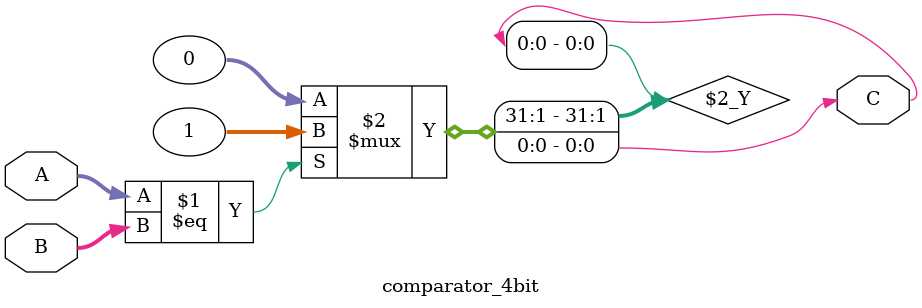
<source format=v>
module comparator_4bit(
    input [3:0] A,
    input [3:0] B,
    output C
);

assign C = (A==B) ? 1:0; // C is High if A == B


endmodule


</source>
